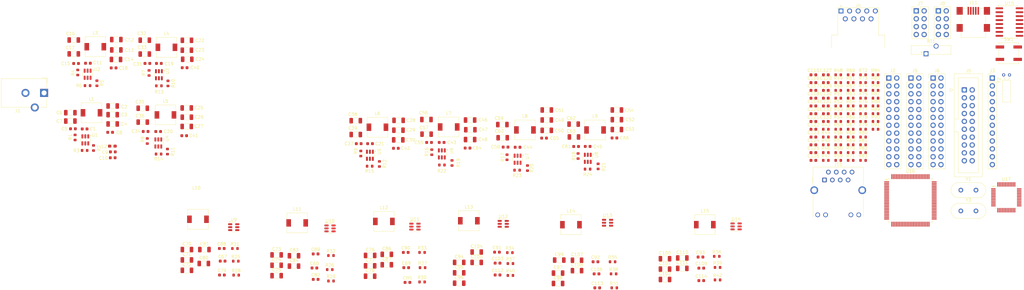
<source format=kicad_pcb>
(kicad_pcb (version 20241229) (generator "pcbnew") (generator_version "9.0")
  (layers (0 "F.Cu" signal) (4 "In1.Cu" power) (6 "In2.Cu" power) (2 "B.Cu" signal) (13 "F.Paste" user) (15 "B.Paste" user) (5 "F.SilkS" user "F.Silkscreen") (7 "B.SilkS" user "B.Silkscreen") (1 "F.Mask" user) (3 "B.Mask" user) (25 "Edge.Cuts" user))
  (net 0 "")
  (net 1 "GND")
  (net 2 "Net-(BT1-+)")
  (net 3 "Net-(U1-VBST)")
  (net 4 "Net-(U1-SW)")
  (net 5 "/mcu/+3.3V")
  (net 6 "+12V")
  (net 7 "Net-(U1-VFB)")
  (net 8 "/mcu/VDDA")
  (net 9 "Net-(U2-SW)")
  (net 10 "Net-(U2-VBST)")
  (net 11 "/mcu/+5V")
  (net 12 "Net-(U2-VFB)")
  (net 13 "Net-(U3-SW)")
  (net 14 "Net-(U3-VBST)")
  (net 15 "Net-(U4-VBST)")
  (net 16 "Net-(U4-SW)")
  (net 17 "Net-(U5-VBST)")
  (net 18 "Net-(U5-SW)")
  (net 19 "/mcu/+7V_M1")
  (net 20 "/mcu/+7V_M5")
  (net 21 "/mcu/+7V_M9")
  (net 22 "Net-(U3-VFB)")
  (net 23 "Net-(U4-VFB)")
  (net 24 "Net-(U5-VFB)")
  (net 25 "Net-(U6-VBST)")
  (net 26 "Net-(U6-SW)")
  (net 27 "Net-(U7-VBST)")
  (net 28 "Net-(U7-SW)")
  (net 29 "Net-(U8-SW)")
  (net 30 "Net-(U8-VBST)")
  (net 31 "/mcu/+7V_M2")
  (net 32 "/mcu/+7V_M6")
  (net 33 "/mcu/+7V_M10")
  (net 34 "Net-(U6-VFB)")
  (net 35 "Net-(U7-VFB)")
  (net 36 "Net-(U8-VFB)")
  (net 37 "Net-(U9-SW)")
  (net 38 "Net-(U9-VBST)")
  (net 39 "Net-(U10-VBST)")
  (net 40 "Net-(U10-SW)")
  (net 41 "Net-(U11-SW)")
  (net 42 "Net-(U11-VBST)")
  (net 43 "/mcu/+7V_M3")
  (net 44 "/mcu/+7V_M7")
  (net 45 "/mcu/+7V_M11")
  (net 46 "Net-(U9-VFB)")
  (net 47 "Net-(U10-VFB)")
  (net 48 "Net-(U11-VFB)")
  (net 49 "Net-(U12-SW)")
  (net 50 "Net-(U12-VBST)")
  (net 51 "Net-(U13-VBST)")
  (net 52 "Net-(U13-SW)")
  (net 53 "Net-(U14-VBST)")
  (net 54 "Net-(U14-SW)")
  (net 55 "/mcu/+7V_M4")
  (net 56 "/mcu/+7V_M8")
  (net 57 "/mcu/+7V_M12")
  (net 58 "Net-(U12-VFB)")
  (net 59 "Net-(U13-VFB)")
  (net 60 "Net-(U14-VFB)")
  (net 61 "RESET")
  (net 62 "Net-(U15-C1-)")
  (net 63 "Net-(U15-C1+)")
  (net 64 "Net-(U15-C2-)")
  (net 65 "Net-(U15-C2+)")
  (net 66 "Net-(U15-VS+)")
  (net 67 "Net-(U15-VS-)")
  (net 68 "Net-(U16-PH0)")
  (net 69 "Net-(U16-PH1)")
  (net 70 "Net-(U16-VCAP_1)")
  (net 71 "Net-(U16-VCAP_2)")
  (net 72 "Net-(U16-PC14)")
  (net 73 "Net-(U16-PC15)")
  (net 74 "Net-(U17-X1)")
  (net 75 "Net-(U17-PFBIN1)")
  (net 76 "/mcu/PE4")
  (net 77 "/mcu/PE9")
  (net 78 "/mcu/PE7")
  (net 79 "/mcu/PE2")
  (net 80 "/mcu/PE0")
  (net 81 "/mcu/PE6")
  (net 82 "/mcu/PE8")
  (net 83 "/mcu/PE1")
  (net 84 "/mcu/PE11")
  (net 85 "/mcu/PE3")
  (net 86 "/mcu/PE5")
  (net 87 "/mcu/PE10")
  (net 95 "Net-(U15-T2OUT)")
  (net 96 "Net-(U15-R2IN)")
  (net 97 "/mcu/PA6")
  (net 98 "/mcu/PA3")
  (net 99 "/mcu/PC11")
  (net 100 "/mcu/PC12")
  (net 101 "/mcu/PB6")
  (net 102 "/mcu/PB0")
  (net 103 "/mcu/PC2")
  (net 104 "/mcu/PA0")
  (net 105 "/mcu/PB14")
  (net 106 "/mcu/PC6")
  (net 107 "/mcu/PC8")
  (net 108 "/mcu/PC7")
  (net 109 "/mcu/PC10")
  (net 110 "/mcu/PB9")
  (net 111 "/mcu/PA4")
  (net 112 "/mcu/PB15")
  (net 113 "/mcu/PB8")
  (net 114 "/mcu/PB7")
  (net 115 "/mcu/PB5")
  (net 116 "/mcu/PB1")
  (net 117 "/mcu/PC3")
  (net 118 "/mcu/PA5")
  (net 119 "/mcu/PC9")
  (net 120 "/mcu/PC0")
  (net 121 "/mcu/PD14")
  (net 122 "/mcu/PD0")
  (net 123 "/mcu/PE12")
  (net 124 "/mcu/PD7")
  (net 125 "/mcu/PD8")
  (net 126 "/mcu/PD2")
  (net 127 "/mcu/PD3")
  (net 128 "/mcu/PD15")
  (net 129 "/mcu/PE15")
  (net 130 "/mcu/PD6")
  (net 131 "/mcu/PD9")
  (net 132 "/mcu/PE14")
  (net 133 "/mcu/PD11")
  (net 134 "/mcu/PD4")
  (net 135 "/mcu/PD1")
  (net 136 "/mcu/PD5")
  (net 137 "/mcu/PD12")
  (net 138 "/mcu/PD10")
  (net 139 "/mcu/PD13")
  (net 140 "/mcu/PC13")
  (net 141 "/mcu/PE13")
  (net 142 "/mcu/PA15-JTDI")
  (net 143 "/mcu/PA13-JTMS")
  (net 144 "/mcu/PB3-JTDO")
  (net 148 "/mcu/PB4-JNTRST")
  (net 149 "/mcu/PA14-JTCK")
  (net 150 "/mcu/TD-N")
  (net 151 "/mcu/LEDLINK")
  (net 152 "Net-(J10-Pad12)")
  (net 153 "Net-(J10-Pad9)")
  (net 155 "/mcu/LEDACT")
  (net 156 "/mcu/RD-P")
  (net 157 "/mcu/TD-P")
  (net 158 "/mcu/RD-N")
  (net 159 "Net-(J11-D+)")
  (net 161 "Net-(J11-D-)")
  (net 163 "Net-(U1-EN)")
  (net 164 "Net-(U2-EN)")
  (net 165 "Net-(U3-EN)")
  (net 166 "Net-(U4-EN)")
  (net 167 "Net-(U5-EN)")
  (net 168 "Net-(U6-EN)")
  (net 169 "Net-(U7-EN)")
  (net 170 "Net-(U8-EN)")
  (net 171 "Net-(U9-EN)")
  (net 172 "Net-(U10-EN)")
  (net 173 "Net-(U11-EN)")
  (net 174 "Net-(U12-EN)")
  (net 175 "Net-(U13-EN)")
  (net 176 "Net-(U14-EN)")
  (net 177 "Net-(R44-Pad1)")
  (net 178 "Net-(U16-BOOT0)")
  (net 179 "Net-(R48-Pad1)")
  (net 180 "Net-(U16-PB2)")
  (net 181 "Net-(U17-TXD_0)")
  (net 182 "/mcu/PB12-RMII-TXD0")
  (net 183 "Net-(U17-TXD_1)")
  (net 184 "/mcu/PB13-RMII-TXD1")
  (net 185 "Net-(U17-TXD_2)")
  (net 186 "Net-(U17-TXD_3{slash}SNI_MODE)")
  (net 187 "/mcu/PB11-RMII-TXEN")
  (net 188 "Net-(U17-TX_EN)")
  (net 189 "/mcu/PA12-USB-DP")
  (net 190 "Net-(U17-RXD_0{slash}PHY_AD1)")
  (net 191 "/mcu/PC4-RMII-RXD0")
  (net 192 "/mcu/PA11-USB-DM")
  (net 193 "/mcu/PC5-RMII-RXD1")
  (net 194 "Net-(U17-RXD_1{slash}PHY_AD2)")
  (net 195 "Net-(R72-Pad2)")
  (net 196 "Net-(R73-Pad2)")
  (net 197 "/mcu/PA2-ETH-MDIO")
  (net 198 "Net-(U17-RX_ER{slash}MDIX_EN)")
  (net 199 "/mcu/PB10-RMII-RX-ER")
  (net 200 "/mcu/PA7-RMII-CRS-DV")
  (net 201 "Net-(U17-RX_DV{slash}MII_MODE)")
  (net 202 "Net-(U17-CRS{slash}CRS_DV{slash}LED_CFG)")
  (net 203 "Net-(U17-AN1{slash}LED_SPEED)")
  (net 204 "Net-(U17-MDC)")
  (net 205 "/mcu/PC1-ETH-MDC")
  (net 206 "Net-(U17-MDIO)")
  (net 207 "Net-(R85-Pad1)")
  (net 208 "/mcu/PA8-ETH-RESET")
  (net 209 "Net-(R87-Pad1)")
  (net 210 "Net-(U17-RBIAS)")
  (net 211 "Net-(R88-Pad2)")
  (net 212 "/mcu/PA1-RMII-REF-CLK")
  (net 213 "Net-(U17-X2)")
  (net 214 "/mcu/PA10-USART1-RX")
  (net 217 "/mcu/PA9-USART1-TX")
  (net 227 "Net-(C127-Pad1)")
  (net 228 "Net-(C133-Pad2)")
  (footprint "Capacitor_SMD:C_1206_3216Metric" (layer "F.Cu") (at 211.51 61.485)
    (property "Reference" "C60")
    (property "Value" "10uF")
  )
  (footprint "Inductor_SMD:L_6.3x6.3_H3" (layer "F.Cu") (at 276.745 89.535)
    (property "Reference" "L15")
    (property "Value" "2.2uH")
  )
  (footprint "Package_TO_SOT_SMD:SOT-23-6" (layer "F.Cu") (at 155.7875 90.75)
    (property "Reference" "U10")
    (property "Value" "TPS563201")
  )
  (footprint "Resistor_SMD:R_0603_1608Metric" (layer "F.Cu") (at 219.51 71.285 -90)
    (property "Reference" "R20")
    (property "Value" "82K")
  )
  (footprint "Connector_PinHeader_2.54mm:PinHeader_2x12_P2.54mm_Vertical" (layer "F.Cu") (at 343.275 42.225)
    (property "Reference" "J5")
    (property "Value" "Conn_02x12_Odd_Even")
  )
  (footprint "Capacitor_SMD:C_0603_1608Metric" (layer "F.Cu") (at 177.04 64.9 180)
    (property "Reference" "C42")
    (property "Value" "10pF")
  )
  (footprint "Resistor_SMD:R_0603_1608Metric" (layer "F.Cu") (at 327.825 66.285)
    (property "Reference" "R82")
    (property "Value" "33R")
  )
  (footprint "Capacitor_SMD:C_1206_3216Metric" (layer "F.Cu") (at 85.635 54.04)
    (property "Reference" "C3")
    (property "Value" "22uF")
  )
  (footprint "Resistor_SMD:R_0603_1608Metric" (layer "F.Cu") (at 327.825 46.205)
    (property "Reference" "R74")
    (property "Value" "1.5K")
  )
  (footprint "Capacitor_SMD:C_0603_1608Metric" (layer "F.Cu") (at 84.815 59.74 180)
    (property "Reference" "C8")
    (property "Value" "10pF")
  )
  (footprint "Capacitor_SMD:C_0603_1608Metric" (layer "F.Cu") (at 212.435 64.51)
    (property "Reference" "C58")
    (property "Value" "0.1uF")
  )
  (footprint "Resistor_SMD:R_0603_1608Metric" (layer "F.Cu") (at 319.805 46.205)
    (property "Reference" "R50")
    (property "Value" "0R")
  )
  (footprint "Capacitor_SMD:C_0603_1608Metric" (layer "F.Cu") (at 242.02 109.925)
    (property "Reference" "C113")
    (property "Value" "10pF")
  )
  (footprint "Capacitor_SMD:C_1206_3216Metric" (layer "F.Cu") (at 168.725 106.175)
    (property "Reference" "C78")
    (property "Value" "10uF")
  )
  (footprint "Capacitor_SMD:C_0603_1608Metric" (layer "F.Cu") (at 96.27 59.47)
    (property "Reference" "C34")
    (property "Value" "0.1uF")
  )
  (footprint "Capacitor_SMD:C_1206_3216Metric" (layer "F.Cu") (at 235.5 101.025)
    (property "Reference" "C107")
    (property "Value" "10uF")
  )
  (footprint "Capacitor_SMD:C_0603_1608Metric" (layer "F.Cu") (at 311.785 46.205)
    (property "Reference" "C117")
    (property "Value" "0.1uF")
  )
  (footprint "Capacitor_SMD:C_0603_1608Metric" (layer "F.Cu") (at 165.045 63.4)
    (property "Reference" "C37")
    (property "Value" "0.1uF")
  )
  (footprint "Inductor_SMD:L_6.3x6.3_H3" (layer "F.Cu") (at 102.985 32.305)
    (property "Reference" "L4")
    (property "Value" "2.2uH")
  )
  (footprint "Resistor_SMD:R_0603_1608Metric" (layer "F.Cu") (at 331.835 58.755)
    (property "Reference" "R91")
    (property "Value" "0R")
  )
  (footprint "Resistor_SMD:R_0603_1608Metric" (layer "F.Cu") (at 327.825 53.735)
    (property "Reference" "R77")
    (property "Value" "33R")
  )
  (footprint "Resistor_SMD:R_0603_1608Metric" (layer "F.Cu") (at 247.525 109.925)
    (property "Reference" "R41")
    (property "Value" "10K")
  )
  (footprint "Resistor_SMD:R_0603_1608Metric" (layer "F.Cu") (at 331.835 53.735)
    (property "Reference" "R89")
    (property "Value" "DNI")
  )
  (footprint "Resistor_SMD:R_0603_1608Metric" (layer "F.Cu") (at 125.375 101.325)
    (property "Reference" "R25")
    (property "Value" "10K")
  )
  (footprint "Capacitor_SMD:C_0603_1608Metric" (layer "F.Cu") (at 315.795 56.245)
    (property "Reference" "C133")
    (property "Value" "33pF")
  )
  (footprint "Resistor_SMD:R_0603_1608Metric" (layer "F.Cu") (at 323.815 68.795)
    (property "Reference" "R71")
    (property "Value" "33R")
  )
  (footprint "Capacitor_SMD:C_1206_3216Metric" (layer "F.Cu") (at 73.08 34.425)
    (property "Reference" "C17")
    (property "Value" "10uF")
  )
  (footprint "Resistor_SMD:R_0603_1608Metric" (layer "F.Cu") (at 315.795 58.755)
    (property "Reference" "R43")
    (property "Value" "10K")
  )
  (footprint "Resistor_SMD:R_0603_1608Metric" (layer "F.Cu") (at 327.825 43.695)
    (property "Reference" "R73")
    (property "Value" "2.2K")
  )
  (footprint "Capacitor_SMD:C_1206_3216Metric" (layer "F.Cu") (at 144.155 102.92)
    (property "Reference" "C84")
    (property "Value" "10uF")
  )
  (footprint "Capacitor_SMD:C_0603_1608Metric" (layer "F.Cu") (at 238.93 64.2925 180)
    (property "Reference" "C45")
    (property "Value" "0.1uF")
  )
  (footprint "Inductor_SMD:L_6.3x6.3_H3" (layer "F.Cu") (at 233.5375 89.55)
    (property "Reference" "L14")
    (property "Value" "2.2uH")
  )
  (footprint "Capacitor_SMD:C_0603_1608Metric" (layer "F.Cu") (at 85.695 66.05 180)
    (property "Reference" "C9")
    (property "Value" "0.1uF")
  )
  (footprint "Resistor_SMD:R_0603_1608Metric" (layer "F.Cu") (at 77.525 44.675)
    (property "Reference" "R6")
    (property "Value" "10K")
  )
  (footprint "Resistor_SMD:R_0603_1608Metric" (layer "F.Cu") (at 319.805 56.245)
    (property "Reference" "R54")
    (property "Value" "10K")
  )
  (footprint "Capacitor_SMD:C_1206_3216Metric" (layer "F.Cu") (at 86.815 33.15)
    (property "Reference" "C13")
    (property "Value" "22uF")
  )
  (footprint "Resistor_SMD:R_0603_1608Metric" (layer "F.Cu") (at 319.805 68.795)
    (property "Reference" "R59")
    (property "Value" "49.9R")
  )
  (footprint "Package_TO_SOT_SMD:SOT-23-6" (layer "F.Cu") (at 100.5575 41.155 -90)
    (property "Reference" "U3")
    (property "Value" "TPS563201")
  )
  (footprint "Capacitor_SMD:C_1206_3216Metric" (layer "F.Cu") (at 73.08 29.95)
    (property "Reference" "C16")
    (property "Value" "10uF")
  )
  (footprint "Resistor_SMD:R_0603_1608Metric" (layer "F.Cu") (at 331.835 41.185)
    (property "Reference" "R84")
    (property "Value" "33R")
  )
  (footprint "Resistor_SMD:R_0603_1608Metric" (layer "F.Cu") (at 156.085 99.51)
    (property "Reference" "R32")
    (property "Value" "10K")
  )
  (footprint "Resistor_SMD:R_0603_1608Metric" (layer "F.Cu") (at 315.795 66.285)
    (property "Reference" "R46")
    (property "Value" "10K")
  )
  (footprint "Capacitor_SMD:C_1206_3216Metric" (layer "F.Cu") (at 86.815 29.8)
    (property "Reference" "C12")
    (property "Value" "22uF")
  )
  (footprint "Resistor_SMD:R_0603_1608Metric" (layer "F.Cu") (at 319.805 41.185)
    (property "Reference" "R48")
    (property "Value" "DNI")
  )
  (footprint "Capacitor_SMD:C_1206_3216Metric" (layer "F.Cu") (at 164.095 55.975)
    (property "Reference" "C38")
    (property "Value" "10uF")
  )
  (footprint "Capacitor_SMD:C_0603_1608Metric" (layer "F.Cu") (at 311.785 56.245)
    (property "Reference" "C121")
    (property "Value" "22pF")
  )
  (footprint "Capacitor_SMD:C_1206_3216Metric" (layer "F.Cu") (at 109.6 104.275)
    (property "Reference" "C72")
    (property "Value" "10uF")
  )
  (footprint "Capacitor_SMD:C_1206_3216Metric" (layer "F.Cu") (at 109.6 97.575)
    (property "Reference" "C70")
    (property "Value" "22uF")
  )
  (footprint "Capacitor_SMD:C_0603_1608Metric" (layer "F.Cu") (at 77.65 37.45 180)
    (property "Reference" "C11")
    (property "Value" "0.1uF")
  )
  (footprint "Capacitor_SMD:C_1206_3216Metric" (layer "F.Cu") (at 109.585 33.24)
    (property "Reference" "C23")
    (property "Value" "22uF")
  )
  (footprint "Connector_PinHeader_2.54mm:PinHeader_2x12_P2.54mm_Vertical" (layer "F.Cu") (at 350.415 42.225)
    (property "Reference" "J6")
    (property "Value" "Conn_02x12_Odd_Even")
  )
  (footprint "Capacitor_SMD:C_1206_3216Metric" (layer "F.Cu") (at 85.635 51.24)
    (property "Reference" "C2")
    (property "Value" "22uF")
  )
  (footprint "Resistor_SMD:R_0603_1608Metric" (layer "F.Cu") (at 185.5 98.5)
    (property "Reference" "R33")
    (property "Value" "10K")
  )
  (footprint "Resistor_SMD:R_0603_1608Metric" (layer "F.Cu") (at 323.815 56.245)
    (property "Reference" "R66")
    (property "Value" "2.2K")
  )
  (footprint "Capacitor_SMD:C_1206_3216Metric" (layer "F.Cu") (at 86.715 36.225)
    (property "Reference" "C14")
    (property "Value" "10uF")
  )
  (footprint "Capacitor_SMD:C_0603_1608Metric" (layer "F.Cu") (at 200.17 64.825 180)
    (property "Reference" "C64")
    (property "Value" "10pF")
  )
  (footprint "Capacitor_SMD:C_1206_3216Metric" (layer "F.Cu") (at 164.095 60.45)
    (property "Reference" "C39")
    (property "Value" "10uF")
  )
  (footprint "Capacitor_SMD:C_1206_3216Metric" (layer "F.Cu") (at 109.545 51.88)
    (property "Reference" "C25")
    (property "Value" "22uF")
  )
  (footprint "Resistor_SMD:R_0603_1608Metric" (layer "F.Cu") (at 155.7 104.045)
    (property "Reference" "R26")
    (property "Value" "10K")
  )
  (footprint "Capacitor_SMD:C_1206_3216Metric" (layer "F.Cu") (at 225.7475 52.535)
    (property "Reference" "C51")
    (property "Value" "10uF")
  )
  (footprint "Capacitor_SMD:C_1206_3216Metric" (layer "F.Cu") (at 95.345 56.445)
    (property "Reference" "C36")
    (property "Value" "10uF")
  )
  (footprint "Package_TO_SOT_SMD:SOT-23-6" (layer "F.Cu") (at 286.8375 90.1)
    (property "Reference" "U14")
    (property "Value" "TPS563201")
  )
  (footprint "Resistor_SMD:R_0603_1608Metric" (layer "F.Cu") (at 79.46 64.8 -90)
    (property "Reference" "R2")
    (property "Value" "33K")
  )
  (footprint "Package_QFP:LQFP-48_7x7mm_P0.5mm" (layer "F.Cu") (at 374.045 80.715)
    (property "Reference" "U17")
    (property "Value" "DP83848C")
  )
  (footprint "Resistor_SMD:R_0603_1608Metric" (layer "F.Cu") (at 319.805 61.265)
    (property "Reference" "R56")
    (property "Value" "1M")
  )
  (footprint "Capacitor_SMD:C_0603_1608Metric" (layer "F.Cu") (at 209.845 101.945)
    (property "Reference" "C103")
    (property "Value" "0.1uF")
  )
  (footprint "Resistor_SMD:R_0603_1608Metric" (layer "F.Cu") (at 323.815 58.755)
    (property "Reference" "R67")
    (property "Value" "33R")
  )
  (footprint "Inductor_SMD:L_0603_1608Metric_Pad1.05x0.95mm_HandSolder" (layer "F.Cu") (at 85.545 64.2)
    (property "Reference" "L2")
    (property "Value" "10uH")
  )
  (footprint "Resistor_SMD:R_0603_1608Metric" (layer "F.Cu") (at 315.795 61.265)
    (property "Reference" "R44")
    (property "Value" "DNI")
  )
  (footprint "Capacitor_SMD:C_1206_3216Metric" (layer "F.Cu") (at 115.25 97.575)
    (property "Reference" "C81")
    (property "Value" "10uF")
  )
  (footprint "Resistor_SMD:R_0603_1608Metric" (layer "F.Cu") (at 319.805 53.735)
    (property "Reference" "R53")
    (property "Value" "10K")
  )
  (footprint "Resistor_SMD:R_0603_1608Metric" (layer "F.Cu") (at 238.91 71.615)
    (property "Reference" "R24")
    (property "Value" "10K")
  )
  (footprint "Resistor_SMD:R_0603_1608Metric" (layer "F.Cu") (at 247.3 105.42)
    (property "Reference" "R38")
    (property "Value" "82K")
  )
  (footprint "Package_TO_SOT_SMD:SOT-23-6" (layer "F.Cu") (at 77.545 41 -90)
    (property "Reference" "U2")
    (property "Value" "TPS563201")
  )
  (footprint "Resistor_SMD:R_0603_1608Metric" (layer "F.Cu") (at 80.55 43.9 -90)
    (property "Reference" "R5")
    (property "Value" "56K")
  )
  (footprint "Capacitor_SMD:C_1206_3216Metric" (layer "F.Cu") (at 229.7625 100.975)
    (property "Reference" "C99")
    (property "Value" "10uF")
  )
  (footprint "Capacitor_SMD:C_0603_1608Metric" (layer "F.Cu") (at 235.205 64.3175)
    (property "Reference" "C61")
    (property "Value" "0.1uF")
  )
  (footprint "Capacitor_SMD:C_0603_1608Metric" (layer "F.Cu") (at 315.795 51.225)
    (property "Reference" "C131")
    (property "Value" "100nF")
  )
  (footprint "Capacitor_SMD:C_1206_3216Metric" (layer "F.Cu") (at 71.985 56.1 180)
    (property "Reference" "C7")
    (property "Value" "10uF")
  )
  (footprint "Resistor_SMD:R_0603_1608Metric" (layer "F.Cu") (at 73.51 61.4 90)
    (property "Reference" "R1")
    (property "Value" "10K")
  )
  (footprint "Resistor_SMD:R_0603_1608Metric" (layer "F.Cu") (at 319.805 48.715)
    (property "Reference" "R51")
    (property "Value" "10K")
  )
  (footprint "Package_TO_SOT_SMD:SOT-23-6" (layer "F.Cu") (at 238.97 68.1375 -90)
    (property "Reference" "U8")
    (property "Value" "TPS563201")
  )
  (footprint "Inductor_SMD:L_6.3x6.3_H3" (layer "F.Cu") (at 218.69 58.97)
    (property "Reference" "L8")
    (property "Value" "2.2uH")
  )
  (footprint "Resistor_SMD:R_0603_1608Metric" (layer "F.Cu") (at 96.8075 62.55 90)
    (property "Reference" "R8")
    (property "Value" "10K")
  )
  (footprint "Capacitor_SMD:C_1206_3216Metric" (layer "F.Cu") (at 197.47 108.43)
    (property "Reference" "C96")
    (property "Value" "10uF")
  )
  (footprint "Resistor_SMD:R_0603_1608Metric" (layer "F.Cu") (at 100.4575 66.755)
    (property "Reference" "R14")
    (property "Value" "10K")
  )
  (footprint "Resistor_SMD:R_0603_1608Metric" (layer "F.Cu") (at 185.65 103.42)
    (property "Reference" "R27")
    (property "Value" "10K")
  )
  (footprint "Capacitor_SMD:C_0603_1608Metric" (layer "F.Cu") (at 191.8 63.005 180)
    (property "Reference" "C43")
    (property "Value" "0.1uF")
  )
  (footprint "Resistor_SMD:R_0603_1608Metric" (layer "F.Cu") (at 323.815 41.185)
    (property "Reference" "R60")
    (property "Value" "49.9R")
  )
  (footprint "Resistor_SMD:R_0603_1608Metric" (layer "F.Cu") (at 168.57 70.675)
    (property "Reference" "R15")
    (property "Value" "10K")
  )
  (footprint "Capacitor_SMD:C_0603_1608Metric" (layer "F.Cu") (at 224.86 61.61 180)
    (property "Reference" "C65")
    (property "Value" "10pF")
  )
  (footprint "Capacitor_SMD:C_1206_3216Metric" (layer "F.Cu") (at 234.41 57.095)
    (property "Reference" "C62")
    (property "Value" "10uF")
  )
  (footprint "Capacitor_SMD:C_1206_3216Metric" (layer "F.Cu") (at 96.005 30.005)
    (property "Reference" "C32")
    (property "Value" "10uF")
  )
  (footprint "Resistor_SMD:R_0603_1608Metric" (layer "F.Cu") (at 323.815 53.735)
    (property "Reference" "R65")
    (property "Value" "2.2K")
  )
  (footprint "Capacitor_SMD:C_1206_3216Metric" (layer "F.Cu") (at 263.895 103.885)
    (property "Reference" "C101")
    (property "Value" "22uF")
  )
  (footprint "Capacitor_SMD:C_1206_3216Metric" (layer "F.Cu") (at 263.895 100.535)
    (property "Reference" "C100")
    (property "Value" "22uF")
  )
  (footprint "Resistor_SMD:R_0603_1608Metric" (layer "F.Cu") (at 125.1 97.25)
    (property "Reference" "R31")
    (property "Value" "10K")
  )
  (footprint "Package_QFP:LQFP-100_14x14mm_P0.5mm" (layer "F.Cu") (at 343.095 81.715)
    (property "Reference" "U16")
    (property "Value" "STM32F407VETx")
  )
  (footprint "Resistor_SMD:R_0603_1608Metric" (layer "F.Cu") (at 327.825 56.245)
    (property "Reference" "R78")
    (property "Value" "2.2K")
  )
  (footprint "Capacitor_SMD:C_0603_1608Metric" (layer "F.Cu") (at 315.795 46.205)
    (property "Reference" "C129")
    (property "Value" "100nF")
  )
  (footprint "Capacitor_SMD:C_0603_1608Metric" (layer "F.Cu") (at 275.595 107.6)
    (property "Reference" "C114")
    (property "Value" "10pF")
  )
  (footprint "Capacitor_SMD:C_0603_1608Metric" (layer "F.Cu") (at 73.825 37.525)
    (property "Reference" "C15")
    (property "Value" "0.1uF")
  )
  (footprint "Capacitor_SMD:C_1206_3216Metric" (layer "F.Cu") (at 197.47 105.08)
    (property "Reference" "C95")
    (property "Value" "22uF")
  )
  (footprint "Package_TO_SOT_SMD:SOT-23-6" (layer "F.Cu") (at 124.7125 90.35)
    (property "Reference" "U9")
    (property "Value" "TPS563201")
  )
  (footprint "Resistor_SMD:R_0603_1608Metric" (layer "F.Cu") (at 327.825 51.225)
    (property "Reference" "R76")
    (property "Value" "0R")
  )
  (footprint "Capacitor_SMD:C_0603_1608Metric" (layer "F.Cu") (at 275.595 103.57)
    (property "Reference" "C109")
    (property "Value" "0.1uF")
  )
  (footprint "Capacitor_SMD:C_1206_3216Metric" (layer "F.Cu") (at 248.365 58.84)
    (property "Reference" "C53")
    (property "Value" "22uF")
  )
  (footprint "Capacitor_SMD:C_0603_1608Metric" (layer "F.Cu") (at 315.795 48.715)
    (property "Reference" "C130")
    (property "Value" "100nF")
  )
  (footprint "Capacitor_SMD:C_0603_1608Metric" (layer "F.Cu") (at 247.575 61.56 180)
    (property "Reference" "C66")
    (property "Value" "10pF")
  )
  (footprint "Capacitor_SMD:C_1206_3216Metric" (layer "F.Cu") (at 85.635 57.04)
    (property "Reference" "C4")
    (property "Value" "10uF")
  )
  (footprint "Capacitor_SMD:C_1206_3216Metric" (layer "F.Cu") (at 115.05 102.075)
    (property "Reference" "C80")
    (property "Value" "10uF")
  )
  (footprint "Resistor_SMD:R_0603_1608Metric" (layer "F.Cu") (at 188.625 66.155 90)
    (property "Reference" "R16")
    (property "Value" "10K")
  )
  (footprint "Capacitor_SMD:C_0603_1608Metric" (layer "F.Cu") (at 180.775 108.175)
    (property "Reference" "C85")
    (property "Value" "0.1uF")
  )
  (footprint "Resistor_SMD:R_0603_1608Metric" (layer "F.Cu") (at 323.815 61.265)
    (property "Reference" "R68")
    (property "Value" "22R")
  )
  (footprint "Resistor_SMD:R_0603_1608Metric" (layer "F.Cu") (at 331.835 43.695)
    (property "Reference" "R85")
    (property "Value" "2.2K")
  )
  (footprint "Resistor_SMD:R_0603_1608Metric" (layer "F.Cu") (at 185.5 108.025)
    (property "Reference" "R30")
    (property "Value" "82K")
  )
  (footprint "Capacitor_SMD:C_1206_3216Metric" (layer "F.Cu") (at 109.71 36.165)
    (property "Reference" "C24")
    (property "Value" "10uF")
  )
  (footprint "Capacitor_SMD:C_0603_1608Metric" (layer "F.Cu") (at 120.85 97.225)
    (property "Reference" "C88")
    (property "Value" "10pF")
  )
  (footprint "Resistor_SMD:R_0603_1608Metric" (layer "F.Cu") (at 331.835 51.225)
    (property "Reference" "R88")
    (property "Value" "4.87K")
  )
  (footprint "Resistor_SMD:R_0603_1608Metric" (layer "F.Cu") (at 331.835 46.205)
    (property "Reference" "R86")
    (property "Value" "10K")
  )
  (footprint "Capacitor_SMD:C_1206_3216Metric" (layer "F.Cu") (at 235.5 104.375)
    (property "Reference" "C108")
    (property "Value" "10uF")
  )
  (footprint "Capacitor_SMD:C_0603_1608Metric" (layer "F.Cu") (at 168.695 63.4 180)
    (property "Reference" "C21")
    (property "Value" "0.1uF")
  )
  (footprint "Capacitor_SMD:C_1206_3216Metric" (layer "F.Cu") (at 197.47 101.73)
    (property "Reference" "C94")
    (property "Value" "22uF")
  )
  (footprint "Capacitor_SMD:C_0603_1608Metric" (layer "F.Cu") (at 311.785 68.795)
    (property "Reference" "C126")
    (property "Value" "10pF")
  )
  (footprint "Package_TO_SOT_SMD:SOT-23-6" (layer "F.Cu") (at 245.3625 88.925)
    (property "Reference" "U13")
    (property "Value" "TPS563201")
  )
  (footprint "Resistor_SMD:R_0603_1608Metric" (layer "F.Cu") (at 242.31 70.735 -90)
    (property "Reference" "R21")
    (property "Value" "82K")
  )
  (footprint "Capacitor_SMD:C_1206_3216Metric" (layer "F.Cu") (at 95.345 51.97)
    (property "Reference" "C35")
    (property "Value" "10uF")
  )
  (footprint "Package_TO_SOT_SMD:SOT-23-6" (layer "F.Cu") (at 76.81 62.175 -90)
    (property "Reference" "U1")
    (property "Value" "TPS563201")
  )
  (footprint "Capacitor_SMD:C_1206_3216Metric" (layer "F.Cu") (at 200.995 62.075)
    (property "Reference" "C48")
    (property "Value" "10uF")
  )
  (footprint "Capacitor_SMD:C_1206_3216Metric" (layer "F.Cu") (at 168.725 99.475)
    (property "Reference" "C76")
    (property "Value" "22uF")
  )
  (footprint "Capacitor_SMD:C_0603_1608Metric" (layer "F.Cu") (at 180.37 103.42)
    (property "Reference" "C69")
    (property "Value" "0.1uF")
  )
  (footprint "Capacitor_SMD:C_1206_3216Metric" (layer "F.Cu") (at 109.6 100.925)
    (property "Reference" "C71")
    (property "Value" "22uF")
  )
  (footprint "Connector_PinHeader_2.54mm:PinHeader_2x12_P2.54mm_Vertical" (layer "F.Cu") (at 336.135 42.225)
    (property "Reference" "J2")
    (property "Value" "Conn_02x12_Odd_Even")
  )
  (footprint "Capacitor_SMD:C_0603_1608Metric" (layer "F.Cu") (at 85.94 38.95 180)
    (property "Reference" "C18")
    (property "Value" "10pF")
  )
  (footprint "Capacitor_SMD:C_1206_3216Metric" (layer "F.Cu") (at 186.95 60.33)
    (property "Reference" "C57")
    (property "Value" "10uF")
  )
  (footprint "Capacitor_SMD:C_1206_3216Metric" (layer "F.Cu") (at 109.57 54.855)
    (property "Reference" "C26")
    (property "Value" "22uF")
  )
  (footprint "Capacitor_SMD:C_0603_1608Metric" (layer "F.Cu") (at 150.745 103.52)
    (property "Reference" "C68")
    (property "Value" "0.1uF")
  )
  (footprint "Inductor_SMD:L_6.3x6.3_H3" (layer "F.Cu") (at 102.67 54.12)
    (property "Reference" "L5")
    (property "Value" "2.2uH")
  )
  (footprint "Package_SO:SOIC-16W_5.3x10.2mm_P1.27mm" (layer "F.Cu") (at 375.045 24.155)
    (property "Reference" "U15")
    (property "Value" "MAX3232")
  )
  (footprint "Resistor_SMD:R_0603_1608Metric" (layer "F.Cu") (at 327.825 41.185)
    (property "Reference" "R72")
    (property "Value" "2.2K")
  )
  (footprint "Resistor_SMD:R_0603_1608Metric" (layer "F.Cu") (at 195.15 69.63 -90)
    (property "Reference" "R19")
    (property "Value" "82K")
  )
  (footprint "Capacitor_SMD:C_0603_1608Metric" (layer "F.Cu") (at 311.785 61.265)
    (property "Reference" "C123")
    (property "Value" "0.1uF")
  )
  (footprint "Package_TO_SOT_SMD:SOT-23-6" (layer "F.Cu") (at 211.6875 89.275)
    (property "Reference" "U12")
    (property "Value" "TPS563201")
  )
  (footprint "Capacitor_SMD:C_0603_1608Metric" (layer "F.Cu") (at 120.9 105.8)
    (property "Reference" "C79")
    (property "Value" "0.1uF")
  )
  (footprint "Capacitor_SMD:C_1206_3216Metric" (layer "F.Cu") (at 248.365 52.53)
    (property "Reference" "C54")
    (property "Value" "10uF")
  )
  (footprint "Capacitor_SMD:C_0603_1608Metric" (layer "F.Cu") (at 311.785 66.285)
    (property "Reference" "C125")
    (property "Value" "10pF")
  )
  (footprint "Capacitor_SMD:C_0603_1608Metric" (layer "F.Cu") (at 180.22 98.5)
    (property "Reference" "C90")
    (property "Value" "10pF")
  )
  (footprint "Package_TO_SOT_SMD:SOT-23-6" (layer "F.Cu") (at 100.37 63.18 -90)
    (property "Reference" "U4")
    (property "Value" "TPS563201")
  )
  (footprint "Capacitor_SMD:C_0603_1608Metric" (layer "F.Cu") (at 311.785 53.735)
    (property "Reference" "C120")
    (property "Value" "0.1uF")
  )
  (footprint "Connector_PinHeader_2.54mm:PinHeader_2x04_P2.54mm_Vertical" (layer "F.Cu") (at 352.125 20.555)
    (property "Reference" "J8")
    (property "Value" "Conn_02x04_Odd_Even")
  )
  (footprint "Capacitor_SMD:C_0603_1608Metric" (layer "F.Cu") (at 315.795 41.185)
    (property "Reference" "C127")
    (property "Value" "0.1uF")
  )
  (footprint "Inductor_SMD:L_6.3x6.3_H3" (layer "F.Cu") (at 78.81 53.435)
    (property "Reference" "L1")
    (property "Value" "2.2uH")
  )
  (footprint "Inductor_SMD:L_6.3x6.3_H3" (layer "F.Cu") (at 113.1625 87.8)
    (property "Reference" "L10")
    (property "Value" "2.2uH")
  )
  (footprint "Capacitor_SMD:C_0603_1608Metric" (layer "F.Cu") (at 311.785 51.225)
    (property "Reference" "C119")
    (property "Value" "0.1uF")
  )
  (footprint "Capacitor_SMD:C_0603_1608Metric" (layer "F.Cu") (at 311.785 48.715)
    (property "Reference" "C118")
    (property "Value" "0.1uF")
  )
  (footprint "Package_TO_SOT_SMD:SOT-23-6" (layer "F.Cu") (at 191.8625 66.705 -90)
    (property "Reference" "U6")
    (property "Value" "TPS563201")
  )
  (footprint "Resistor_SMD:R_0603_1608Metric" (layer "F.Cu") (at 319.805 43.695)
    (property "Reference" "R49")
    (property "Value" "10K")
  )
  (footprint "Capacitor_SMD:C_1206_3216Metric" (layer "F.Cu") (at 71.985 53.4 180)
    (property "Reference" "C6")
    (property "Value" "10uF")
  )
  (footprint "Resistor_SMD:R_0603_1608Metric" (layer "F.Cu") (at 235.84 67.395 90)
    (property "Reference" "R18")
    (property "Value" "10K")
  )
  (footprint "Resistor_SMD:R_0603_1608Metric" (layer "F.Cu") (at 165.72 66.58 90)
    (property "Reference" "R9")
    (property "Value" "10K")
  )
  (footprint "Resistor_SMD:R_0603_1608Metric" (layer "F.Cu") (at 315.795 68.795)
    (property "Reference" "R47")
    (property "Value" "1M")
  )
  (footprint "Battery:Battery_Panasonic_CR1220-VCN_Vertical_CircularHoles" (layer "F.Cu") (at 348.145 34.375)
    (property "Reference" "BT1")
    (property "Value" "Battery_Cell")
  )
  (footprint "Capacitor_SMD:C_1206_3216Metric" (layer "F.Cu") (at 200.995 55.775)
    (property "Reference" "C46")
    (property "Value" "22uF")
  )
  (footprint "Crystal:Crystal_C26-LF_D2.1mm_L6.5mm_Horizontal" (layer "F.Cu") (at 373.185 41.205)
    (property "Reference" "Y2")
    (property "Value" "32.768KHz")
  )
  (footprint "Resistor_SMD:R_0603_1608Metric" (layer "F.Cu") (at 327.825 63.775)
    (property "Reference" "R81")
    (property "Value" "2.2K")
  )
  (footprint "Connector_IDC:IDC-Header_2x10_P2.54mm_Vertical" (layer "F.Cu") (at 360.5 46.055)
    (property "Reference" "J9")
    (property "Value" "Conn_ARM_JTAG_SWD_20")
  )
  (footprint "Inductor_SMD:L_6.3x6.3_H3" (layer "F.Cu") (at 173.1625 88.5)
    (property "Reference" "L12")
    (property "Value" "2.2uH")
  )
  (footprint "Resistor_SMD:R_0603_1608Metric" (layer "F.Cu") (at 315.795 63.775)
    (property "Reference" "R45")
    (property "Value" "0R")
  )
  (footprint "Inductor_SMD:L_6.3x6.3_H3" (layer "F.Cu") (at 241.32 58.98)
    (property "Reference" "L9")
    (property "Value" "2.2uH")
  )
  (footprint "Capacitor_SMD:C_0603_1608Metric" (layer "F.Cu") (at 209.67 98.415)
    (property "Reference" "C91")
    (property "Value" "0.1uF")
  )
  (footprint "Capacitor_SMD:C_1206_3216Metric" (layer "F.Cu") (at 225.735 59.11)
    (property "Reference" "C50")
    (property "Value" "22uF")
  )
  (footprint "Capacitor_SMD:C_0603_1608Metric" (layer "F.Cu") (at 311.785 58.755)
    (property "Reference" "C122")
    (property "Value" "22pF")
  )
  (footprint "Capacitor_SMD:C_0603_1608Metric" (layer "F.Cu") (at 151.145 107.2)
    (property "Reference" "C82")
    (property "Value" "0.1uF")
  )
  (footprint "Capacitor_SMD:C_0603_1608Metric" (layer "F.Cu") (at 108.86 38.89 180)
    (property "Reference" "C40")
    (property "Value" "10pF")
  )
  (footprint "Package_TO_SOT_SMD:SOT-23-6" (layer "F.Cu") (at 216.31 68.435 -90)
    (property "Reference" "U7")
    (property "Value" "TPS563201")
  )
  (footprint "Resistor_SMD:R_0603_1608Metric" (layer "F.Cu") (at 327.825 48.715)
    (property "Reference" "R75")
    (property "Value" "33R")
  )
  (footprint "Resistor_SMD:R_0603_1608Metric" (layer "F.Cu") (at 76.59 65.5875)
    (property "Reference" "R3")
    (property "Value" "10K")
  )
  (footprint "Connector_USB:USB_Mini-B_Wuerth_65100516121_Horizontal" (layer "F.Cu") (at 363.395 23.135)
    (property "Reference" "J11")
    (property "Value" "USB_B_Mini")
  )
  (footprint "Crystal:Crystal_HC49-4H_Vertical" (layer "F.Cu") (at 359.375 85.105)
    (property "Reference" "Y3")
    (property "Value" "25MHz")
  )
  (footprint "Resistor_SMD:R_0603_1608Metric" (layer "F.Cu") (at 323.815 46.205)
    (property "Reference" "R62")
    (property "Value" "470R")
  )
  (footprint "Crystal:Crystal_HC49-4H_Vertical" (layer "F.Cu") (at 359.375 78.395)
    (property "Reference" "Y1")
    (property "Value" "8MHz")
  )
  (footprint "Resistor_SMD:R_0603_1608Metric" (layer "F.Cu") (at 323.815 43.695)
    (property "Reference" "R61")
    (property "Value" "470R")
  )
  (footprint "Inductor_SMD:L_6.3x6.3_H3" (layer "F.Cu") (at 171.09 58.09)
    (property "Reference" "L6")
    (property "Value" "2.2uH")
  )
  (footprint "Resistor_SMD:R_0603_1608Metric" (layer "F.Cu") (at 319.805 63.775)
    (property "Reference" "R57")
    (property "Value" "49.9R")
  )
  (footprint "Capacitor_SMD:C_1206_3216Metric" (layer "F.Cu") (at 269.475 103.65)
    (property "Reference" "C111")
    (property "Value" "10uF")
  )
  (footprint "Package_TO_SOT_SMD:SOT-23-6" (layer "F.Cu") (at 183.1875 90.175)
    (property "Reference" "U11")
    (property "Value" "TPS563201")
  )
  (footprint "Resistor_SMD:R_0603_1608Metric" (layer "F.Cu") (at 214 105.925)
    (property "Reference" "R40")
    (property "Value" "10K")
  )
  (footprint "Capacitor_SMD:C_0603_1608Metric" (layer "F.Cu") (at 275.345 99.99)
    (property "Reference" "C93")
    (property "Value" "0.1uF")
  )
  (footprint "Capacitor_SMD:C_1206_3216Metric" (layer "F.Cu") (at 144.155 99.57)
    (property "Reference" "C83")
    (property "Value" "10uF")
  )
  (footprint "Capacitor_SMD:C_1206_3216Metric" (layer "F.Cu") (at 138.55 106)
    (property "Reference" "C75")
    (property "Value" "10uF")
  )
  (footprint "Resistor_SMD:R_0603_1608Metric" (layer "F.Cu") (at 327.825 58.755)
    (property "Reference" "R79")
    (property "Value" "0R")
  )
  (footprint "Capacitor_SMD:C_0603_1608Metric" (layer "F.Cu") (at 187.75 63.005)
    (property "Reference" "C55")
    (property "Value" "0.1uF")
  )
  (footprint "Connector_Dsub:DSUB-9_Pins_Horizontal_P2.77x2.54mm_EdgePinOffset9.40mm" (layer "F.Cu") (at 320.695 20.574338)
    (property "Reference" "J4")
    (property "Value" "DE9_Pins")
  )
  (footprint "Capacitor_SMD:C_1206_3216Metric" (layer "F.Cu") (at 201.07 58.9)
    (property "Reference" "C47")
    (property "Value" "22uF")
  )
  (footprint "Capacitor_SMD:C_1206_3216Metric" (layer "F.Cu") (at 225.735 55.76)
    (property "Reference" "C49")
    (property "Value" "22uF")
  )
  (footprint "Capacitor_SMD:C_0603_1608Metric" (layer "F.Cu") (at 121.125 101.3)
    (property "Reference" "C67")
    (property "Value" "0.1uF")
  )
  (footprint "Capacitor_SMD:C_1206_3216Metric" (layer "F.Cu") (at 263.895 107.235)
    (property "Reference" "C102")
    (property "Value" "10uF")
  )
  (footprint "Capacitor_SMD:C_1206_3216Metric" (layer "F.Cu") (at 186.9 55.605)
    (property "Reference" "C56")
    (property "Value" "10uF")
  )
  (footprint "Capacitor_SMD:C_0603_1608Metric" (layer "F.Cu") (at 85.645 67.95 180)
    (property "Reference" "C10")
    (property "Value" "10uF")
  )
  (footprint "Capacitor_SMD:C_1206_3216Metric" (layer "F.Cu") (at 229.375 108.525)
    (property "Reference" "C98")
    (property "Value" "22uF")
  )
  (footprint "Resistor_SMD:R_0603_1608Metric" (layer "F.Cu") (at 319.805 58.755)
    (property "Reference" "R55")
    (property "Value" "10K")
  )
  (footprint "Package_TO_SOT_SMD:SOT-23-6" (layer "F.Cu") (at 168.6575 67.15 -90)
    (property "Reference" "U5")
    (property "Value" "TPS563201")
  )
  (footprint "Capacitor_SMD:C_1206_3216Metric" (layer "F.Cu") (at 174.1125 99.125)
    (property "Reference" "C86")
    (property "Value" "10uF")
  )
  (footprint "Capacitor_SMD:C_1206_3216Metric" (layer "F.Cu") (at 138.55 99.3)
    (property "Reference" "C73")
    (property "Value" "22uF")
  )
  (footprint "Resistor_SMD:R_0603_1608Metric" (layer "F.Cu") (at 214 102.095)
    (property "Reference" "R37")
    (property "Value" "82K")
  )
  (footprint "Resistor_SMD:R_0603_1608Metric" (layer "F.Cu") (at 191.9 70.28)
    (property "Reference" "R22")
    (property "Value" "10K")
  )
  (footprint "Capacitor_SMD:C_1206_3216Metric" (layer "F.Cu") (at 168.725 102.825)
    (property "Reference" "C77")
    (property "Value" "22uF")
  )
  (footprint "Resistor_SMD:R_0603_1608Metric" (layer "F.Cu") (at 103.48 43.955 -90)
    (property "Reference" "R10")
    (property "Value" "82K")
  )
  (footprint "Connector_BarrelJack:BarrelJack_CUI_PJ-102AH_Horizontal" (layer "F.Cu") (at 63.5 47.02 -90)
    (property "Reference" "J1")
    (property "Value" "12V_Input")
  )
  (footprint "Capacitor_SMD:C_1206_3216Metric" (layer "F.Cu") (at 211.41 57.235)
    (property "Reference" "C59")
    (property "Value" "10uF")
  )
  (footprint "Resistor_SMD:R_0603_1608Metric" (layer "F.Cu") (at 74.37 40.43 90)
    (property "Reference" "R4")
    (property "Value" "10K")
  )
  (footprint "Capacitor_SMD:C_1206_3216Metric" (layer "F.Cu") (at 177.865 59.05)
    (property "Reference" "C29")
    (property "Value" "22uF")
  )
  (footprint "Connector_PinHeader_2.54mm:PinHeader_1x12_P2.54mm_Vertical" (layer "F.Cu") (at 369.535 42.225)
    (property "Reference" "J3")
    (property "Value" "Conn_01x12")
  )
  (footprint "Capacitor_SMD:C_0603_1608Metric" (layer "F.Cu") (at 76.59 58.65 180)
    (property "Reference" "C1")
    (property "Value" "0.1uF")
  )
  (footprint "Resistor_SMD:R_0603_1608Metric" (layer "F.Cu") (at 319.805 66.285)
    (property "Reference" "R58")
    (property "Value" "49.9R")
  )
  (footprint "Capacitor_SMD:C_0603_1608Metric" (layer "F.Cu") (at 100.325 59.4875 180)
    (property "Reference" "C20")
    (property "Value" "0.1uF")
  )
  (footprint "Resistor_SMD:R_0603_1608Metric" (layer "F.Cu") (at 216.16 71.96)
    (property "Reference" "R23")
    (property "Value" "10K")
  )
  (footprint "Resistor_SMD:R_0603_1608Metric" (layer "F.Cu") (at 327.825 68.795)
    (property "Reference" "R83")
    (property "Value" "2.2K")
  )
  (footprint "Capacitor_SMD:C_1206_3216Metric" (layer "F.Cu") (at 269.475 100.3)
    (property "Reference" "C110")
    (property "Value" "10uF")
  )
  (footprint "Capacitor_SMD:C_1206_3216Metric" (layer "F.Cu") (at 96.005 34.48)
    (property "Reference" "C33")
    (property "Value" "10uF")
  )
  (footprint "Resistor_SMD:R_0603_1608Metric" (layer "F.Cu") (at 212.91 67.785 90)
    (property "Reference" "R17")
    (property "Value" "10K")
  )
  (footprint "Capacitor_SMD:C_1206_3216Metric" (layer "F.Cu") (at 174.1125 102.475)
    (property "Reference" "C87")
    (property "Value" "10uF")
  )
  (footprint "Inductor_SMD:L_6.3x6.3_H3" (layer "F.Cu") (at 145.1875 88.975)
    (property "Reference" "L11")
    (property "Value" "2.2uH")
  )
  (footprint "Resistor_SMD:R_0603_1608Metric" (layer "F.Cu") (at 280.6 99.765)
    (property "Reference" "R36")
    (property "Value" "10K")
  )
  (footprint "Inductor_SMD:L_6.3x6.3_H3" (layer "F.Cu") (at 80.03 32.11)
    (property "Reference" "L3")
    (property "Value" "2.2uH")
  )
  (footprint "Capacitor_SMD:C_0603_1608Metric" (layer "F.Cu") (at 311.785 41.185)
    (property "Reference" "C115")
    (property "Value" "0.1uF")
  )
  (footprint "Capacitor_SMD:C_1206_3216Metric" (layer "F.Cu") (at 177.815 62.175)
    (property "Reference" "C30")
    (property "Value" "10uF")
  )
  (footprint "Capacitor_SMD:C_1206_3216Metric" (layer "F.Cu") (at 138.55 102.65)
    (property "Reference" "C74")
    (property "Value" "22uF")
  )
  (footprint "Resistor_SMD:R_0603_1608Metric" (layer "F.Cu") (at 323.815 66.285)
    (property "Reference" "R70")
    (property "Value" "33R")
  )
  (footprint "Capacitor_SMD:C_0603_1608Metric" (layer "F.Cu") (at 108.72 60.83 180)
    (property "Reference" "C41")
    (property "Value" "10pF")
  )
  (footprint "Capacitor_SMD:C_0603_1608Metric" (layer "F.Cu") (at 311.785 63.775)
    (property "Reference" "C124")
    (property "Value" "0.1uF")
  )
  (footprint "Capacitor_SMD:C_1206_3216Metric" (layer "F.Cu") (at 203.12 98.38)
    (property "Reference" "C104")
    (property "Value" "10uF")
  )
  (footprint "Capacitor_SMD:C_0603_1608Metric" (layer "F.Cu") (at 100.55 37.505 180)
    (property "Reference" "C19")
    (property "Value" "0.1uF")
  )
  (footprint "Resistor_SMD:R_0603_1608Metric" (layer "F.Cu") (at 125.5 105.825)
    (property "Reference" "R28")
    (property "Value" "82K")
  )
  (footprint "Resistor_SMD:R_0603_1608Metric" (layer "F.Cu") (at 323.815 48.715)
    (property "Reference" "R63")
    (property "Value" "33R")
  )
  (footprint "Resistor_SMD:R_0603_1608Metric" (layer "F.Cu") (at 331.835 48.715)
    (property "Reference" "R87")
    (property "Value" "2.2K")
  )
  (footprint "Capacitor_SMD:C_0603_1608Metric" (layer "F.Cu") (at 315.795 43.695)
    (property "Reference" "C128")
    (property "Value" "33pF")
  )
  (footprint "Capacitor_SMD:C_0603_1608Metric" (layer "F.Cu") (at 209.845 105.775)
    (property "Reference" "C112")
    (property "Value" "10pF")
  )
  (footprint "Resistor_SMD:R_0603_1608Metric" (layer "F.Cu") (at 327.825 61.265)
    (property "Reference" "R80")
    (property "Value" "33R")
  )
  (footprint "Capacitor_SMD:C_1206_3216Metric" (layer "F.Cu") (at 234.505 61.235)
    (property "Reference" "C63")
    (property "Value" "10uF")
  )
  (footprint "Capacitor_SMD:C_0603_1608Metric" (layer "F.Cu") (at 96.845 37.505)
    (property "Reference" "C31")
    (property "Value" "0.1uF")
  )
  (footprint "Capacitor_SMD:C_1206_3216Metric" (layer "F.Cu") (at 109.545 57.855)
    (property "Reference" "C27")
    (property "Value" "10uF")
  )
  (footprint "Capacitor_SMD:C_1206_3216Metric" (layer "F.Cu") (at 109.605 30.04)
    (property "Reference" "C22")
    (property "Value" "22uF")
  )
  (footprint "Capacitor_SMD:C_0603_1608Metric" (layer "F.Cu") (at 311.785 43.695)
    (property "Reference" "C116")
    (property "Value" "0.1uF")
  )
  (footprint "Capacitor_SMD:C_1206_3216Metric" (layer "F.Cu") (at 248.365 55.65)
    (property "Reference" "C52")
    (property "Value" "22uF")
  )
  (footprint "Button_Switch_SMD:SW_SPST_B3SL-1002P" (layer "F.Cu") (at 374.845 34.205)
    (property "Reference" "SW1")
    (property "Value" "~")
  )
  (footprint "Resistor_SMD:R_0603_1608Metric" (layer "F.Cu") (at 331.835 56.245)
    (property "Reference" "R90")
    (property "Value" "0R")
  )
  (footprint "Capacitor_SMD:C_1206_3216Metric" (layer "F.Cu") (at 203.12 101.73)
    (property "Reference" "C105")
    (property "Value" "10uF")
  )
  (footprint "Capacitor_SMD:C_0603_1608Metric" (layer "F.Cu") (at 72.815 58.6 180)
    (property "Reference" "C5")
    (property "Value" "0.1uF")
  )
  (footprint "Connector_PinHeader_2.54mm:PinHeader_2x04_P2.54mm_Vertical" (layer "F.Cu") (at 344.985 20.555)
    (property "Reference" "J7")
    (property "Value" "Conn_02x04_Odd_Even")
  )
  (footprint "Inductor_SMD:L_6.3x6.3_H3" (layer "F.Cu") (at 200.5875 88.275)
    (property "Reference" "L13")
    (property "Value" "2.2uH")
  )
  (footprint "Resistor_SMD:R_0603_1608Metric" (layer "F.Cu") (at 100.555 44.73)
    (property "Reference" "R13")
    (property "Value" "10K")
  )
  (footprint "Resistor_SMD:R_0603_1608Metric" (layer "F.Cu") (at 213.825 98.565)
    (property "Reference" "R34")
    (property "Value" "10K")
  )
  (footprint "Resistor_SMD:R_0603_1608Metric" (layer "F.Cu") (at 171.72 69.95 -90)
    (property "Reference" "R12")
    (property "Value" "82K")
  )
  (footprint "Resistor_SMD:R_0603_1608Metric" (layer "F.Cu") (at 280.85 103.345)
    (property "Reference" "R39")
    (property "Value" "82K")
  )
  (footprint "Capacitor_SMD:C_0603_1608Metric" (layer "F.Cu") (at 241.795 105.42)
    (property "Reference" "C106")
    (property "Value" "0.1uF")
  )
  (footprint "Connector_RJ:RJ45_Hanrun_HR911105A_Horizontal" (layer "F.Cu") (at 315.365 75.115)
    (property "Reference" "J10")
    (property "Value" "RJ45_Hanrun_HR911105A_Horizontal")
  )
  (footprint "Inductor_SMD:L_6.3x6.3_H3" (layer "F.Cu") (at 194.08 58.01)
    (property "Reference" "L7")
    (property "Value" "2.2uH")
  )
  (footprint "Capacitor_SMD:C_1206_3216Metric" (layer "F.Cu") (at 177.915 55.875)
    (property "Reference" "C28")
    (property "Value" "22uF")
  )
  (footprint "Resistor_SMD:R_0603_1608Metric" (layer "F.Cu") (at 323.815 63.775)
    (property "Reference" "R69")
    (property "Value" "22R")
  )
  (footprint "Resistor_SMD:R_0603_1608Metric" (layer "F.Cu") (at 156.1 107.725)
    (property "Reference" "R29")
    (property "Value" "82K")
  )
  (footprint "Capacitor_SMD:C_0603_1608Metric" (layer "F.Cu") (at 241.4625 101.52)
    (property "Reference" "C92")
    (property "Value" "0.1uF")
  )
  (footprint "Resistor_SMD:R_0603_1608Metric" (layer "F.Cu") (at 323.815 51.225)
    (property "Reference" "R64")
    (property "Value" "33R")
  )
  (footprint "Resistor_SMD:R_0603_1608Metric" (layer "F.Cu") (at 103.32 65.955 -90)
    (property "Reference" "R11")
    (property "Value" "82K")
  )
  (footprint "Capacitor_SMD:C_0603_1608Metric" (layer "F.Cu") (at 216.31 64.56 180)
    (property "Reference" "C44")
    (property "Value" "0.1uF")
  )
  (footprint "Resistor_SMD:R_0603_1608Metric" (layer "F.Cu") (at 97.3825 40.585 90)
    (property "Reference" "R7")
    (property "Value" "10K")
  )
  (footprint "Capacitor_SMD:C_1206_3216Metric" (layer "F.Cu") (at 229.375 105.175)
    (property "Reference" "C97")
    (property "Value" "22uF")
  )
  (footprint "Capacitor_SMD:C_0603_1608Metric" (layer "F.Cu") (at 151.13 98.985)
    (property "Reference" "C89")
    (property "Value" "10pF")
  )
  (footprint "Resistor_SMD:R_0603_1608Metric" (layer "F.Cu") (at 319.805 51.225)
    (property "Reference" "R52")
    (property "Value" "10K")
  )
  (footprint "Capacitor_SMD:C_0603_1608Metric" (layer "F.Cu") (at 315.795 53.735)
    (property "Reference" "C132")
    (property "Value" "100nF")
  )
  (footprint "Resistor_SMD:R_0603_1608Metric" (layer "F.Cu") (at 280.85 107.375)
    (property "Reference" "R42")
    (property "Value" "10K")
  )
  (footprint "Resistor_SMD:R_0603_1608Metric" (layer "F.Cu") (at 246.9675 101.52)
    (property "Reference" "R35")
    (property "Value" "10K")
  )
)
</source>
